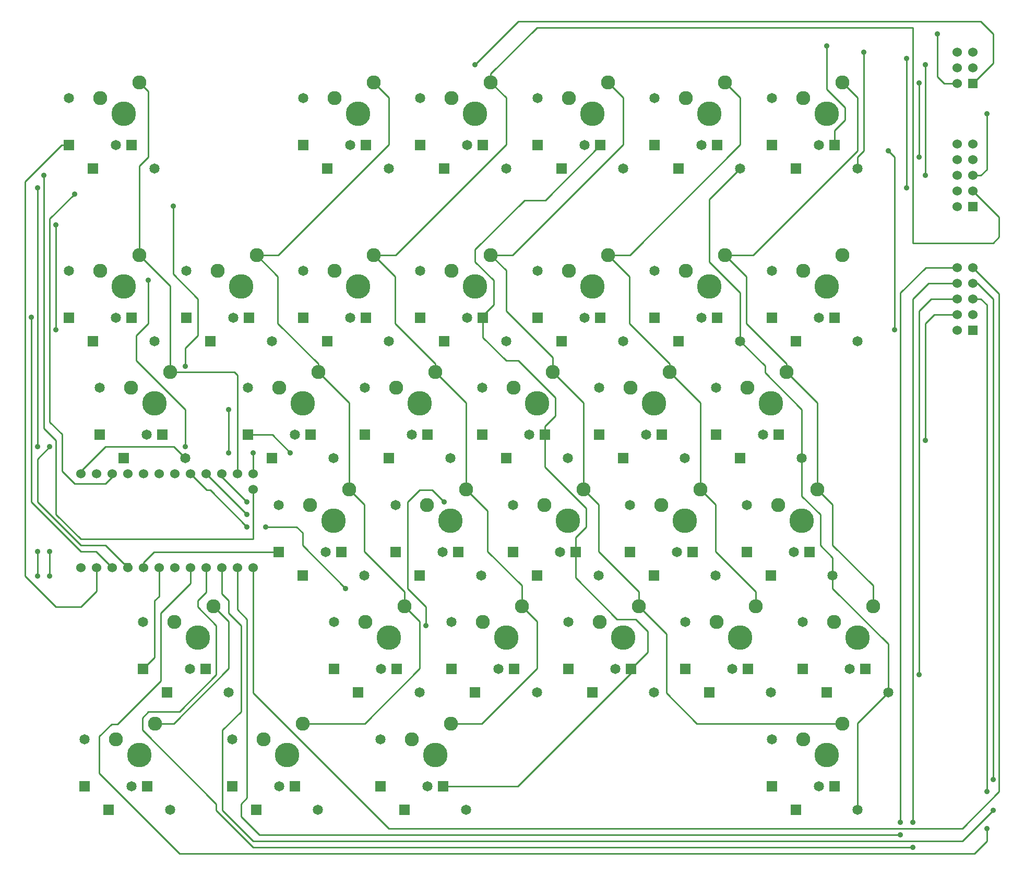
<source format=gbl>
G04 (created by PCBNEW (2013-07-07 BZR 4022)-stable) date 11/2/2014 12:02:25 AM*
%MOIN*%
G04 Gerber Fmt 3.4, Leading zero omitted, Abs format*
%FSLAX34Y34*%
G01*
G70*
G90*
G04 APERTURE LIST*
%ADD10C,0.00590551*%
%ADD11C,0.09*%
%ADD12C,0.157*%
%ADD13C,0.065*%
%ADD14R,0.065X0.065*%
%ADD15R,0.06X0.06*%
%ADD16C,0.06*%
%ADD17C,0.035*%
%ADD18C,0.01*%
G04 APERTURE END LIST*
G54D10*
G54D11*
X55330Y-42488D03*
X52830Y-43488D03*
G54D12*
X54330Y-44488D03*
G54D13*
X50830Y-43488D03*
G54D14*
X50830Y-46488D03*
G54D13*
X53830Y-46488D03*
G54D14*
X54830Y-46488D03*
X52362Y-47988D03*
G54D13*
X56299Y-47988D03*
G54D11*
X41944Y-27527D03*
X39444Y-28527D03*
G54D12*
X40944Y-29527D03*
G54D13*
X37444Y-28527D03*
G54D14*
X37444Y-31527D03*
G54D13*
X40444Y-31527D03*
G54D14*
X41444Y-31527D03*
X38976Y-33027D03*
G54D13*
X42913Y-33027D03*
G54D11*
X45881Y-35007D03*
X43381Y-36007D03*
G54D12*
X44881Y-37007D03*
G54D13*
X41381Y-36007D03*
G54D14*
X41381Y-39007D03*
G54D13*
X44381Y-39007D03*
G54D14*
X45381Y-39007D03*
X42913Y-40507D03*
G54D13*
X46850Y-40507D03*
G54D11*
X47850Y-42488D03*
X45350Y-43488D03*
G54D12*
X46850Y-44488D03*
G54D13*
X43350Y-43488D03*
G54D14*
X43350Y-46488D03*
G54D13*
X46350Y-46488D03*
G54D14*
X47350Y-46488D03*
X44881Y-47988D03*
G54D13*
X48818Y-47988D03*
G54D11*
X51393Y-49968D03*
X48893Y-50968D03*
G54D12*
X50393Y-51968D03*
G54D13*
X46893Y-50968D03*
G54D14*
X46893Y-53968D03*
G54D13*
X49893Y-53968D03*
G54D14*
X50893Y-53968D03*
X48425Y-55468D03*
G54D13*
X52362Y-55468D03*
G54D11*
X64385Y-57448D03*
X61885Y-58448D03*
G54D12*
X63385Y-59448D03*
G54D13*
X59885Y-58448D03*
G54D14*
X59885Y-61448D03*
G54D13*
X62885Y-61448D03*
G54D14*
X63885Y-61448D03*
X61417Y-62948D03*
G54D13*
X65354Y-62948D03*
G54D11*
X56905Y-16503D03*
X54405Y-17503D03*
G54D12*
X55905Y-18503D03*
G54D13*
X52405Y-17503D03*
G54D14*
X52405Y-20503D03*
G54D13*
X55405Y-20503D03*
G54D14*
X56405Y-20503D03*
X53937Y-22003D03*
G54D13*
X57874Y-22003D03*
G54D11*
X49425Y-27527D03*
X46925Y-28527D03*
G54D12*
X48425Y-29527D03*
G54D13*
X44925Y-28527D03*
G54D14*
X44925Y-31527D03*
G54D13*
X47925Y-31527D03*
G54D14*
X48925Y-31527D03*
X46456Y-33027D03*
G54D13*
X50393Y-33027D03*
G54D11*
X53362Y-35007D03*
X50862Y-36007D03*
G54D12*
X52362Y-37007D03*
G54D13*
X48862Y-36007D03*
G54D14*
X48862Y-39007D03*
G54D13*
X51862Y-39007D03*
G54D14*
X52862Y-39007D03*
X50393Y-40507D03*
G54D13*
X54330Y-40507D03*
G54D11*
X19503Y-16503D03*
X17003Y-17503D03*
G54D12*
X18503Y-18503D03*
G54D13*
X15003Y-17503D03*
G54D14*
X15003Y-20503D03*
G54D13*
X18003Y-20503D03*
G54D14*
X19003Y-20503D03*
X16535Y-22003D03*
G54D13*
X20472Y-22003D03*
G54D11*
X58874Y-49968D03*
X56374Y-50968D03*
G54D12*
X57874Y-51968D03*
G54D13*
X54374Y-50968D03*
G54D14*
X54374Y-53968D03*
G54D13*
X57374Y-53968D03*
G54D14*
X58374Y-53968D03*
X55905Y-55468D03*
G54D13*
X59842Y-55468D03*
G54D11*
X64385Y-16503D03*
X61885Y-17503D03*
G54D12*
X63385Y-18503D03*
G54D13*
X59885Y-17503D03*
G54D14*
X59885Y-20503D03*
G54D13*
X62885Y-20503D03*
G54D14*
X63885Y-20503D03*
X61417Y-22003D03*
G54D13*
X65354Y-22003D03*
G54D11*
X56905Y-27527D03*
X54405Y-28527D03*
G54D12*
X55905Y-29527D03*
G54D13*
X52405Y-28527D03*
G54D14*
X52405Y-31527D03*
G54D13*
X55405Y-31527D03*
G54D14*
X56405Y-31527D03*
X53937Y-33027D03*
G54D13*
X57874Y-33027D03*
G54D11*
X60842Y-35007D03*
X58342Y-36007D03*
G54D12*
X59842Y-37007D03*
G54D13*
X56342Y-36007D03*
G54D14*
X56342Y-39007D03*
G54D13*
X59342Y-39007D03*
G54D14*
X60342Y-39007D03*
X57874Y-40507D03*
G54D13*
X61811Y-40507D03*
G54D11*
X62811Y-42488D03*
X60311Y-43488D03*
G54D12*
X61811Y-44488D03*
G54D13*
X58311Y-43488D03*
G54D14*
X58311Y-46488D03*
G54D13*
X61311Y-46488D03*
G54D14*
X62311Y-46488D03*
X59842Y-47988D03*
G54D13*
X63779Y-47988D03*
G54D11*
X66354Y-49968D03*
X63854Y-50968D03*
G54D12*
X65354Y-51968D03*
G54D13*
X61854Y-50968D03*
G54D14*
X61854Y-53968D03*
G54D13*
X64854Y-53968D03*
G54D14*
X65854Y-53968D03*
X63385Y-55468D03*
G54D13*
X67322Y-55468D03*
G54D11*
X64385Y-27527D03*
X61885Y-28527D03*
G54D12*
X63385Y-29527D03*
G54D13*
X59885Y-28527D03*
G54D14*
X59885Y-31527D03*
G54D13*
X62885Y-31527D03*
G54D14*
X63885Y-31527D03*
X61417Y-33027D03*
G54D13*
X65354Y-33027D03*
G54D11*
X49425Y-16503D03*
X46925Y-17503D03*
G54D12*
X48425Y-18503D03*
G54D13*
X44925Y-17503D03*
G54D14*
X44925Y-20503D03*
G54D13*
X47925Y-20503D03*
G54D14*
X48925Y-20503D03*
X46456Y-22003D03*
G54D13*
X50393Y-22003D03*
G54D11*
X19503Y-27527D03*
X17003Y-28527D03*
G54D12*
X18503Y-29527D03*
G54D13*
X15003Y-28527D03*
G54D14*
X15003Y-31527D03*
G54D13*
X18003Y-31527D03*
G54D14*
X19003Y-31527D03*
X16535Y-33027D03*
G54D13*
X20472Y-33027D03*
G54D11*
X21472Y-35007D03*
X18972Y-36007D03*
G54D12*
X20472Y-37007D03*
G54D13*
X16972Y-36007D03*
G54D14*
X16972Y-39007D03*
G54D13*
X19972Y-39007D03*
G54D14*
X20972Y-39007D03*
X18503Y-40507D03*
G54D13*
X22440Y-40507D03*
G54D11*
X24228Y-49968D03*
X21728Y-50968D03*
G54D12*
X23228Y-51968D03*
G54D13*
X19728Y-50968D03*
G54D14*
X19728Y-53968D03*
G54D13*
X22728Y-53968D03*
G54D14*
X23728Y-53968D03*
X21259Y-55468D03*
G54D13*
X25196Y-55468D03*
G54D11*
X20488Y-57448D03*
X17988Y-58448D03*
G54D12*
X19488Y-59448D03*
G54D13*
X15988Y-58448D03*
G54D14*
X15988Y-61448D03*
G54D13*
X18988Y-61448D03*
G54D14*
X19988Y-61448D03*
X17519Y-62948D03*
G54D13*
X21456Y-62948D03*
G54D11*
X34464Y-16503D03*
X31964Y-17503D03*
G54D12*
X33464Y-18503D03*
G54D13*
X29964Y-17503D03*
G54D14*
X29964Y-20503D03*
G54D13*
X32964Y-20503D03*
G54D14*
X33964Y-20503D03*
X31496Y-22003D03*
G54D13*
X35433Y-22003D03*
G54D11*
X26984Y-27527D03*
X24484Y-28527D03*
G54D12*
X25984Y-29527D03*
G54D13*
X22484Y-28527D03*
G54D14*
X22484Y-31527D03*
G54D13*
X25484Y-31527D03*
G54D14*
X26484Y-31527D03*
X24015Y-33027D03*
G54D13*
X27952Y-33027D03*
G54D11*
X30921Y-35007D03*
X28421Y-36007D03*
G54D12*
X29921Y-37007D03*
G54D13*
X26421Y-36007D03*
G54D14*
X26421Y-39007D03*
G54D13*
X29421Y-39007D03*
G54D14*
X30421Y-39007D03*
X27952Y-40507D03*
G54D13*
X31889Y-40507D03*
G54D11*
X32889Y-42488D03*
X30389Y-43488D03*
G54D12*
X31889Y-44488D03*
G54D13*
X28389Y-43488D03*
G54D14*
X28389Y-46488D03*
G54D13*
X31389Y-46488D03*
G54D14*
X32389Y-46488D03*
X29921Y-47988D03*
G54D13*
X33858Y-47988D03*
G54D11*
X36433Y-49968D03*
X33933Y-50968D03*
G54D12*
X35433Y-51968D03*
G54D13*
X31933Y-50968D03*
G54D14*
X31933Y-53968D03*
G54D13*
X34933Y-53968D03*
G54D14*
X35933Y-53968D03*
X33464Y-55468D03*
G54D13*
X37401Y-55468D03*
G54D11*
X29937Y-57448D03*
X27437Y-58448D03*
G54D12*
X28937Y-59448D03*
G54D13*
X25437Y-58448D03*
G54D14*
X25437Y-61448D03*
G54D13*
X28437Y-61448D03*
G54D14*
X29437Y-61448D03*
X26968Y-62948D03*
G54D13*
X30905Y-62948D03*
G54D11*
X41944Y-16503D03*
X39444Y-17503D03*
G54D12*
X40944Y-18503D03*
G54D13*
X37444Y-17503D03*
G54D14*
X37444Y-20503D03*
G54D13*
X40444Y-20503D03*
G54D14*
X41444Y-20503D03*
X38976Y-22003D03*
G54D13*
X42913Y-22003D03*
G54D11*
X34464Y-27527D03*
X31964Y-28527D03*
G54D12*
X33464Y-29527D03*
G54D13*
X29964Y-28527D03*
G54D14*
X29964Y-31527D03*
G54D13*
X32964Y-31527D03*
G54D14*
X33964Y-31527D03*
X31496Y-33027D03*
G54D13*
X35433Y-33027D03*
G54D11*
X38401Y-35007D03*
X35901Y-36007D03*
G54D12*
X37401Y-37007D03*
G54D13*
X33901Y-36007D03*
G54D14*
X33901Y-39007D03*
G54D13*
X36901Y-39007D03*
G54D14*
X37901Y-39007D03*
X35433Y-40507D03*
G54D13*
X39370Y-40507D03*
G54D11*
X40370Y-42488D03*
X37870Y-43488D03*
G54D12*
X39370Y-44488D03*
G54D13*
X35870Y-43488D03*
G54D14*
X35870Y-46488D03*
G54D13*
X38870Y-46488D03*
G54D14*
X39870Y-46488D03*
X37401Y-47988D03*
G54D13*
X41338Y-47988D03*
G54D11*
X43913Y-49968D03*
X41413Y-50968D03*
G54D12*
X42913Y-51968D03*
G54D13*
X39413Y-50968D03*
G54D14*
X39413Y-53968D03*
G54D13*
X42413Y-53968D03*
G54D14*
X43413Y-53968D03*
X40944Y-55468D03*
G54D13*
X44881Y-55468D03*
G54D11*
X39385Y-57448D03*
X36885Y-58448D03*
G54D12*
X38385Y-59448D03*
G54D13*
X34885Y-58448D03*
G54D14*
X34885Y-61448D03*
G54D13*
X37885Y-61448D03*
G54D14*
X38885Y-61448D03*
X36417Y-62948D03*
G54D13*
X40354Y-62948D03*
G54D15*
X72744Y-24440D03*
G54D16*
X71744Y-24440D03*
X72744Y-23440D03*
X71744Y-23440D03*
X72744Y-22440D03*
X71744Y-22440D03*
X72744Y-21440D03*
X71744Y-21440D03*
X72744Y-20440D03*
X71744Y-20440D03*
G54D15*
X72744Y-16551D03*
G54D16*
X71744Y-16551D03*
X72744Y-15551D03*
X71744Y-15551D03*
X72744Y-14551D03*
X71744Y-14551D03*
G54D15*
X72744Y-32314D03*
G54D16*
X71744Y-32314D03*
X72744Y-31314D03*
X71744Y-31314D03*
X72744Y-30314D03*
X71744Y-30314D03*
X72744Y-29314D03*
X71744Y-29314D03*
X72744Y-28314D03*
X71744Y-28314D03*
X16759Y-47488D03*
X15759Y-41488D03*
X21759Y-47488D03*
X21759Y-41488D03*
X20759Y-41488D03*
X19759Y-41488D03*
X18759Y-41488D03*
X17759Y-41488D03*
X16759Y-41488D03*
X22759Y-41488D03*
X23759Y-41488D03*
X24759Y-41488D03*
X25759Y-41488D03*
X26759Y-41488D03*
X20759Y-47488D03*
X19759Y-47488D03*
X18759Y-47488D03*
X17759Y-47488D03*
X15759Y-47488D03*
X22759Y-47488D03*
X23759Y-47488D03*
X24759Y-47488D03*
X25759Y-47488D03*
X26759Y-47488D03*
X26759Y-42488D03*
G54D17*
X69291Y-54330D03*
X22440Y-39763D03*
X20078Y-29133D03*
X15354Y-23622D03*
X14173Y-32283D03*
X14173Y-25590D03*
X70472Y-13385D03*
X12992Y-23228D03*
X12992Y-39763D03*
X40944Y-15354D03*
X13385Y-22440D03*
X68897Y-63779D03*
X68897Y-65354D03*
X73622Y-61811D03*
X73622Y-64173D03*
X63385Y-14173D03*
X74015Y-61023D03*
X74015Y-62992D03*
X68110Y-63779D03*
X68110Y-64566D03*
X26771Y-40157D03*
X25196Y-40157D03*
X25196Y-37401D03*
X22440Y-34645D03*
X21653Y-24409D03*
X67716Y-32283D03*
X67322Y-20866D03*
X12992Y-46456D03*
X12992Y-48031D03*
X69291Y-21259D03*
X69291Y-16535D03*
X12598Y-31496D03*
X13779Y-48031D03*
X13779Y-46456D03*
X73622Y-18503D03*
X65748Y-14566D03*
X26377Y-43307D03*
X68503Y-23228D03*
X68503Y-14960D03*
X13779Y-39763D03*
X69685Y-39370D03*
X29133Y-40157D03*
X38976Y-43307D03*
X37795Y-51181D03*
X32677Y-48818D03*
X26377Y-44881D03*
X27559Y-44881D03*
X69685Y-22440D03*
X69685Y-15354D03*
X26377Y-44094D03*
G54D18*
X19759Y-47488D02*
X19759Y-47169D01*
X20440Y-46488D02*
X28389Y-46488D01*
X19759Y-47169D02*
X20440Y-46488D01*
X70078Y-30314D02*
X71744Y-30314D01*
X69291Y-31102D02*
X70078Y-30314D01*
X69291Y-54330D02*
X69291Y-31102D01*
X20759Y-47488D02*
X20759Y-49318D01*
X20472Y-53224D02*
X19728Y-53968D01*
X20472Y-49606D02*
X20472Y-53224D01*
X20759Y-49318D02*
X20472Y-49606D01*
X22440Y-37401D02*
X22440Y-39763D01*
X19291Y-34251D02*
X22440Y-37401D01*
X19291Y-32677D02*
X19291Y-34251D01*
X20078Y-31889D02*
X19291Y-32677D01*
X20078Y-29133D02*
X20078Y-31889D01*
X17759Y-41488D02*
X17759Y-41688D01*
X13779Y-25196D02*
X15354Y-23622D01*
X13779Y-38188D02*
X13779Y-25196D01*
X14566Y-38976D02*
X13779Y-38188D01*
X14566Y-41338D02*
X14566Y-38976D01*
X15354Y-42125D02*
X14566Y-41338D01*
X17322Y-42125D02*
X15354Y-42125D01*
X17759Y-41688D02*
X17322Y-42125D01*
X14173Y-25590D02*
X14173Y-32283D01*
X70881Y-16551D02*
X71744Y-16551D01*
X70472Y-16141D02*
X70881Y-16551D01*
X70472Y-13385D02*
X70472Y-16141D01*
X12992Y-39763D02*
X12992Y-23228D01*
X26759Y-42488D02*
X26771Y-45669D01*
X74015Y-15279D02*
X72744Y-16551D01*
X74015Y-13385D02*
X74015Y-15279D01*
X73228Y-12598D02*
X74015Y-13385D01*
X71653Y-12598D02*
X73228Y-12598D01*
X43700Y-12598D02*
X71653Y-12598D01*
X40944Y-15354D02*
X43700Y-12598D01*
X13385Y-38582D02*
X13385Y-22440D01*
X14173Y-39370D02*
X13385Y-38582D01*
X14173Y-44094D02*
X14173Y-39370D01*
X15748Y-45669D02*
X14173Y-44094D01*
X24803Y-45669D02*
X15748Y-45669D01*
X26771Y-45669D02*
X24803Y-45669D01*
X23759Y-47488D02*
X23759Y-49074D01*
X69897Y-29314D02*
X71744Y-29314D01*
X68897Y-30314D02*
X69897Y-29314D01*
X68897Y-61417D02*
X68897Y-30314D01*
X68897Y-63779D02*
X68897Y-61417D01*
X26771Y-65354D02*
X68897Y-65354D01*
X24409Y-62992D02*
X26771Y-65354D01*
X24409Y-62598D02*
X24409Y-62992D01*
X19685Y-57874D02*
X24409Y-62598D01*
X19685Y-57086D02*
X19685Y-57874D01*
X20078Y-56692D02*
X19685Y-57086D01*
X22047Y-56692D02*
X20078Y-56692D01*
X24409Y-54330D02*
X22047Y-56692D01*
X24409Y-51181D02*
X24409Y-54330D01*
X23228Y-50000D02*
X24409Y-51181D01*
X23228Y-49606D02*
X23228Y-50000D01*
X23759Y-49074D02*
X23228Y-49606D01*
X22759Y-47488D02*
X22759Y-48500D01*
X73228Y-30314D02*
X72744Y-30314D01*
X73622Y-30708D02*
X73228Y-30314D01*
X73622Y-61811D02*
X73622Y-30708D01*
X73622Y-64960D02*
X73622Y-64173D01*
X72834Y-65748D02*
X73622Y-64960D01*
X69685Y-65748D02*
X72834Y-65748D01*
X22047Y-65748D02*
X69685Y-65748D01*
X16929Y-60629D02*
X22047Y-65748D01*
X16929Y-58267D02*
X16929Y-60629D01*
X17716Y-57480D02*
X16929Y-58267D01*
X18110Y-57480D02*
X17716Y-57480D01*
X20866Y-54724D02*
X18110Y-57480D01*
X20866Y-50393D02*
X20866Y-54724D01*
X22759Y-48500D02*
X20866Y-50393D01*
X50893Y-53968D02*
X50893Y-54224D01*
X43669Y-61448D02*
X38885Y-61448D01*
X50893Y-54224D02*
X43669Y-61448D01*
X47350Y-46488D02*
X47350Y-48137D01*
X51968Y-52893D02*
X50893Y-53968D01*
X51968Y-51574D02*
X51968Y-52893D01*
X51181Y-50787D02*
X51968Y-51574D01*
X50000Y-50787D02*
X51181Y-50787D01*
X47350Y-48137D02*
X50000Y-50787D01*
X63885Y-20503D02*
X63885Y-19578D01*
X63385Y-16929D02*
X63385Y-14173D01*
X64566Y-18110D02*
X63385Y-16929D01*
X64566Y-18897D02*
X64566Y-18110D01*
X63885Y-19578D02*
X64566Y-18897D01*
X41444Y-31527D02*
X41444Y-31389D01*
X41444Y-31389D02*
X42125Y-30708D01*
X42125Y-30708D02*
X42125Y-29133D01*
X42125Y-29133D02*
X40944Y-27952D01*
X40944Y-27952D02*
X40944Y-27165D01*
X40944Y-27165D02*
X44094Y-24015D01*
X44094Y-24015D02*
X45413Y-24015D01*
X45413Y-24015D02*
X48925Y-20503D01*
X45381Y-39007D02*
X45381Y-38476D01*
X45381Y-38476D02*
X46062Y-37795D01*
X46062Y-37795D02*
X46062Y-36614D01*
X46062Y-36614D02*
X43700Y-34251D01*
X43700Y-34251D02*
X42913Y-34251D01*
X42913Y-34251D02*
X41444Y-32783D01*
X41444Y-32783D02*
X41444Y-31527D01*
X47350Y-46488D02*
X47350Y-45562D01*
X45381Y-41051D02*
X45381Y-39007D01*
X48031Y-43700D02*
X45381Y-41051D01*
X48031Y-44881D02*
X48031Y-43700D01*
X47350Y-45562D02*
X48031Y-44881D01*
X24759Y-47488D02*
X24759Y-49169D01*
X73015Y-29314D02*
X72744Y-29314D01*
X74015Y-30314D02*
X73015Y-29314D01*
X74015Y-61023D02*
X74015Y-30314D01*
X72047Y-64960D02*
X74015Y-62992D01*
X26771Y-64960D02*
X72047Y-64960D01*
X24803Y-62992D02*
X26771Y-64960D01*
X24803Y-57874D02*
X24803Y-62992D01*
X25984Y-56692D02*
X24803Y-57874D01*
X25984Y-51181D02*
X25984Y-56692D01*
X25196Y-50393D02*
X25984Y-51181D01*
X25196Y-49606D02*
X25196Y-50393D01*
X24759Y-49169D02*
X25196Y-49606D01*
X25759Y-47488D02*
X25759Y-50169D01*
X69716Y-28314D02*
X71744Y-28314D01*
X68110Y-29921D02*
X69716Y-28314D01*
X68110Y-62598D02*
X68110Y-29921D01*
X68110Y-63779D02*
X68110Y-62598D01*
X67322Y-64566D02*
X68110Y-64566D01*
X27165Y-64566D02*
X67322Y-64566D01*
X25984Y-63385D02*
X27165Y-64566D01*
X25984Y-62598D02*
X25984Y-63385D01*
X26377Y-62204D02*
X25984Y-62598D01*
X26377Y-50787D02*
X26377Y-62204D01*
X25759Y-50169D02*
X26377Y-50787D01*
X26759Y-47488D02*
X26759Y-55500D01*
X74409Y-29980D02*
X72744Y-28314D01*
X74409Y-61811D02*
X74409Y-29980D01*
X72047Y-64173D02*
X74409Y-61811D01*
X35433Y-64173D02*
X72047Y-64173D01*
X26759Y-55500D02*
X35433Y-64173D01*
X26759Y-40169D02*
X26759Y-41488D01*
X26771Y-40157D02*
X26759Y-40169D01*
X25196Y-37401D02*
X25196Y-40157D01*
X22440Y-33464D02*
X22440Y-34645D01*
X23228Y-32677D02*
X22440Y-33464D01*
X23228Y-30314D02*
X23228Y-32677D01*
X21653Y-28740D02*
X23228Y-30314D01*
X21653Y-24409D02*
X21653Y-28740D01*
X67716Y-21259D02*
X67716Y-32283D01*
X67322Y-20866D02*
X67716Y-21259D01*
X15003Y-20503D02*
X14535Y-20503D01*
X16759Y-48988D02*
X16759Y-47488D01*
X15748Y-50000D02*
X16759Y-48988D01*
X14173Y-50000D02*
X15748Y-50000D01*
X12204Y-48031D02*
X14173Y-50000D01*
X12204Y-22834D02*
X12204Y-48031D01*
X14535Y-20503D02*
X12204Y-22834D01*
X12992Y-46456D02*
X12992Y-48031D01*
X69291Y-16535D02*
X69291Y-21259D01*
X56905Y-27527D02*
X58692Y-27527D01*
X65354Y-17472D02*
X64385Y-16503D01*
X65354Y-20866D02*
X65354Y-17472D01*
X58692Y-27527D02*
X65354Y-20866D01*
X60842Y-35007D02*
X60842Y-34464D01*
X58267Y-28889D02*
X56905Y-27527D01*
X58267Y-31889D02*
X58267Y-28889D01*
X60842Y-34464D02*
X58267Y-31889D01*
X62811Y-42488D02*
X62811Y-36976D01*
X62811Y-36976D02*
X60842Y-35007D01*
X66354Y-49968D02*
X66354Y-48637D01*
X63779Y-43456D02*
X62811Y-42488D01*
X63779Y-46062D02*
X63779Y-43456D01*
X66354Y-48637D02*
X63779Y-46062D01*
X12598Y-32283D02*
X12598Y-43307D01*
X12598Y-43307D02*
X15748Y-46456D01*
X15748Y-46456D02*
X16728Y-46456D01*
X16728Y-46456D02*
X17759Y-47488D01*
X12598Y-31496D02*
X12598Y-32283D01*
X13779Y-46456D02*
X13779Y-48031D01*
X73228Y-22440D02*
X72744Y-22440D01*
X73622Y-22047D02*
X73228Y-22440D01*
X73622Y-18503D02*
X73622Y-22047D01*
X49425Y-27527D02*
X50818Y-27527D01*
X57874Y-17472D02*
X56905Y-16503D01*
X57874Y-20472D02*
X57874Y-17472D01*
X50818Y-27527D02*
X57874Y-20472D01*
X53362Y-35007D02*
X53362Y-34464D01*
X50787Y-28889D02*
X49425Y-27527D01*
X50787Y-31889D02*
X50787Y-28889D01*
X53362Y-34464D02*
X50787Y-31889D01*
X55330Y-42488D02*
X55330Y-36976D01*
X55330Y-36976D02*
X53362Y-35007D01*
X58874Y-49968D02*
X58874Y-49031D01*
X56299Y-43456D02*
X55330Y-42488D01*
X56299Y-46456D02*
X56299Y-43456D01*
X58874Y-49031D02*
X56299Y-46456D01*
X65354Y-22003D02*
X65354Y-21259D01*
X65748Y-20866D02*
X65748Y-14566D01*
X65354Y-21259D02*
X65748Y-20866D01*
X15759Y-41488D02*
X15759Y-41326D01*
X21696Y-39763D02*
X22440Y-40507D01*
X17322Y-39763D02*
X21696Y-39763D01*
X15759Y-41326D02*
X17322Y-39763D01*
X57874Y-33027D02*
X57874Y-29921D01*
X55905Y-23972D02*
X57874Y-22003D01*
X55905Y-27952D02*
X55905Y-23972D01*
X57874Y-29921D02*
X55905Y-27952D01*
X61811Y-40507D02*
X61811Y-37401D01*
X59448Y-34602D02*
X57874Y-33027D01*
X59448Y-35039D02*
X59448Y-34602D01*
X61811Y-37401D02*
X59448Y-35039D01*
X63779Y-47988D02*
X63779Y-46850D01*
X61811Y-42913D02*
X61811Y-40507D01*
X62992Y-44094D02*
X61811Y-42913D01*
X62992Y-46062D02*
X62992Y-44094D01*
X63779Y-46850D02*
X62992Y-46062D01*
X67322Y-55468D02*
X67322Y-52362D01*
X63779Y-48818D02*
X63779Y-47988D01*
X67322Y-52362D02*
X63779Y-48818D01*
X65354Y-62948D02*
X65354Y-57437D01*
X65354Y-57437D02*
X67322Y-55468D01*
X24759Y-41688D02*
X24759Y-41488D01*
X26377Y-43307D02*
X24759Y-41688D01*
X68503Y-14960D02*
X68503Y-23228D01*
X26984Y-27527D02*
X28377Y-27527D01*
X35433Y-17472D02*
X34464Y-16503D01*
X35433Y-20472D02*
X35433Y-17472D01*
X28377Y-27527D02*
X35433Y-20472D01*
X30921Y-35007D02*
X30921Y-34464D01*
X28346Y-28889D02*
X26984Y-27527D01*
X28346Y-31889D02*
X28346Y-28889D01*
X30921Y-34464D02*
X28346Y-31889D01*
X32889Y-42488D02*
X32889Y-36976D01*
X32889Y-36976D02*
X30921Y-35007D01*
X36433Y-49968D02*
X36433Y-49031D01*
X33858Y-43456D02*
X32889Y-42488D01*
X33858Y-46456D02*
X33858Y-43456D01*
X36433Y-49031D02*
X33858Y-46456D01*
X29937Y-57448D02*
X33889Y-57448D01*
X37401Y-50937D02*
X36433Y-49968D01*
X37401Y-53937D02*
X37401Y-50937D01*
X33889Y-57448D02*
X37401Y-53937D01*
X12992Y-40551D02*
X12992Y-43307D01*
X12992Y-43307D02*
X15748Y-46062D01*
X15748Y-46062D02*
X17322Y-46062D01*
X17322Y-46062D02*
X18503Y-47244D01*
X18503Y-47244D02*
X18897Y-47244D01*
X18897Y-47244D02*
X18759Y-47488D01*
X13779Y-39763D02*
X12992Y-40551D01*
X70259Y-31314D02*
X71744Y-31314D01*
X69685Y-31889D02*
X70259Y-31314D01*
X69685Y-39370D02*
X69685Y-31889D01*
X26421Y-39007D02*
X27984Y-39007D01*
X27984Y-39007D02*
X29133Y-40157D01*
X25759Y-41488D02*
X25759Y-35208D01*
X25559Y-35007D02*
X21472Y-35007D01*
X25759Y-35208D02*
X25559Y-35007D01*
X19503Y-27527D02*
X19503Y-21834D01*
X20078Y-17078D02*
X19503Y-16503D01*
X20078Y-21259D02*
X20078Y-17078D01*
X19503Y-21834D02*
X20078Y-21259D01*
X21472Y-35007D02*
X21472Y-29496D01*
X21472Y-29496D02*
X19503Y-27527D01*
X20488Y-57448D02*
X21685Y-57448D01*
X25196Y-50937D02*
X24228Y-49968D01*
X25196Y-53937D02*
X25196Y-50937D01*
X21685Y-57448D02*
X25196Y-53937D01*
X29921Y-46062D02*
X29921Y-45275D01*
X38976Y-43307D02*
X38188Y-42519D01*
X38188Y-42519D02*
X37401Y-42519D01*
X37401Y-42519D02*
X36614Y-43307D01*
X36614Y-43307D02*
X36614Y-48818D01*
X36614Y-48818D02*
X37795Y-50000D01*
X37795Y-50000D02*
X37795Y-51181D01*
X32677Y-48818D02*
X29921Y-46062D01*
X23791Y-42519D02*
X22759Y-41488D01*
X24015Y-42519D02*
X23791Y-42519D01*
X26377Y-44881D02*
X24015Y-42519D01*
X29527Y-44881D02*
X27559Y-44881D01*
X29921Y-45275D02*
X29527Y-44881D01*
X69685Y-15354D02*
X69685Y-22440D01*
X41944Y-27527D02*
X43338Y-27527D01*
X50393Y-17472D02*
X49425Y-16503D01*
X50393Y-20472D02*
X50393Y-17472D01*
X43338Y-27527D02*
X50393Y-20472D01*
X45881Y-35007D02*
X45881Y-34070D01*
X42913Y-28496D02*
X41944Y-27527D01*
X42913Y-31102D02*
X42913Y-28496D01*
X45881Y-34070D02*
X42913Y-31102D01*
X47850Y-42488D02*
X47850Y-36976D01*
X47850Y-36976D02*
X45881Y-35007D01*
X51393Y-49968D02*
X51393Y-49031D01*
X48818Y-43456D02*
X47850Y-42488D01*
X48818Y-46456D02*
X48818Y-43456D01*
X51393Y-49031D02*
X48818Y-46456D01*
X64385Y-57448D02*
X55086Y-57448D01*
X53149Y-51724D02*
X51393Y-49968D01*
X53149Y-55511D02*
X53149Y-51724D01*
X55086Y-57448D02*
X53149Y-55511D01*
X23771Y-41488D02*
X23759Y-41488D01*
X26377Y-44094D02*
X23771Y-41488D01*
X41944Y-16503D02*
X41944Y-15929D01*
X74409Y-25106D02*
X72744Y-23440D01*
X74409Y-26377D02*
X74409Y-25106D01*
X74015Y-26771D02*
X74409Y-26377D01*
X68897Y-26771D02*
X74015Y-26771D01*
X68897Y-12992D02*
X68897Y-26771D01*
X44881Y-12992D02*
X68897Y-12992D01*
X41944Y-15929D02*
X44881Y-12992D01*
X34464Y-27527D02*
X35858Y-27527D01*
X42913Y-17472D02*
X41944Y-16503D01*
X42913Y-20472D02*
X42913Y-17472D01*
X35858Y-27527D02*
X42913Y-20472D01*
X38401Y-35007D02*
X38401Y-34464D01*
X35826Y-28889D02*
X34464Y-27527D01*
X35826Y-31889D02*
X35826Y-28889D01*
X38401Y-34464D02*
X35826Y-31889D01*
X40370Y-42488D02*
X40370Y-36976D01*
X40370Y-36976D02*
X38401Y-35007D01*
X43913Y-49968D02*
X43913Y-48637D01*
X41732Y-43850D02*
X40370Y-42488D01*
X41732Y-46456D02*
X41732Y-43850D01*
X43913Y-48637D02*
X41732Y-46456D01*
X39385Y-57448D02*
X41370Y-57448D01*
X44881Y-50937D02*
X43913Y-49968D01*
X44881Y-53937D02*
X44881Y-50937D01*
X41370Y-57448D02*
X44881Y-53937D01*
M02*

</source>
